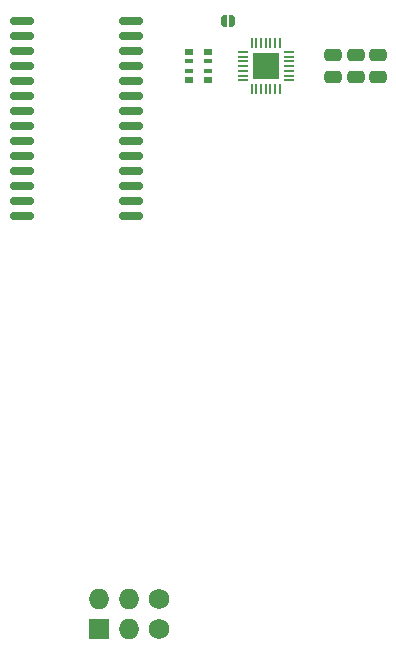
<source format=gbl>
%TF.GenerationSoftware,KiCad,Pcbnew,(6.0.7-1)-1*%
%TF.CreationDate,2022-09-29T19:12:14-05:00*%
%TF.ProjectId,vectrex-sao,76656374-7265-4782-9d73-616f2e6b6963,rev?*%
%TF.SameCoordinates,Original*%
%TF.FileFunction,Copper,L2,Bot*%
%TF.FilePolarity,Positive*%
%FSLAX46Y46*%
G04 Gerber Fmt 4.6, Leading zero omitted, Abs format (unit mm)*
G04 Created by KiCad (PCBNEW (6.0.7-1)-1) date 2022-09-29 19:12:14*
%MOMM*%
%LPD*%
G01*
G04 APERTURE LIST*
G04 Aperture macros list*
%AMRoundRect*
0 Rectangle with rounded corners*
0 $1 Rounding radius*
0 $2 $3 $4 $5 $6 $7 $8 $9 X,Y pos of 4 corners*
0 Add a 4 corners polygon primitive as box body*
4,1,4,$2,$3,$4,$5,$6,$7,$8,$9,$2,$3,0*
0 Add four circle primitives for the rounded corners*
1,1,$1+$1,$2,$3*
1,1,$1+$1,$4,$5*
1,1,$1+$1,$6,$7*
1,1,$1+$1,$8,$9*
0 Add four rect primitives between the rounded corners*
20,1,$1+$1,$2,$3,$4,$5,0*
20,1,$1+$1,$4,$5,$6,$7,0*
20,1,$1+$1,$6,$7,$8,$9,0*
20,1,$1+$1,$8,$9,$2,$3,0*%
%AMFreePoly0*
4,1,13,0.250000,-0.500000,0.000000,-0.500000,-0.095671,-0.480970,-0.176777,-0.426777,-0.230970,-0.345671,-0.250000,-0.250000,-0.250000,0.250000,-0.230970,0.345671,-0.176777,0.426777,-0.095671,0.480970,0.000000,0.500000,0.250000,0.500000,0.250000,-0.500000,0.250000,-0.500000,$1*%
%AMFreePoly1*
4,1,13,0.095671,0.480970,0.176777,0.426777,0.230970,0.345671,0.250000,0.250000,0.250000,-0.250000,0.230970,-0.345671,0.176777,-0.426777,0.095671,-0.480970,0.000000,-0.500000,-0.250000,-0.500000,-0.250000,0.500000,0.000000,0.500000,0.095671,0.480970,0.095671,0.480970,$1*%
G04 Aperture macros list end*
%TA.AperFunction,ComponentPad*%
%ADD10O,1.727200X1.727200*%
%TD*%
%TA.AperFunction,ComponentPad*%
%ADD11R,1.727200X1.727200*%
%TD*%
%TA.AperFunction,ComponentPad*%
%ADD12C,1.727200*%
%TD*%
%TA.AperFunction,SMDPad,CuDef*%
%ADD13FreePoly0,180.000000*%
%TD*%
%TA.AperFunction,SMDPad,CuDef*%
%ADD14FreePoly1,180.000000*%
%TD*%
%TA.AperFunction,SMDPad,CuDef*%
%ADD15RoundRect,0.250000X-0.475000X0.250000X-0.475000X-0.250000X0.475000X-0.250000X0.475000X0.250000X0*%
%TD*%
%TA.AperFunction,SMDPad,CuDef*%
%ADD16R,0.800000X0.500000*%
%TD*%
%TA.AperFunction,SMDPad,CuDef*%
%ADD17R,0.800000X0.400000*%
%TD*%
%TA.AperFunction,SMDPad,CuDef*%
%ADD18RoundRect,0.150000X0.875000X0.150000X-0.875000X0.150000X-0.875000X-0.150000X0.875000X-0.150000X0*%
%TD*%
%TA.AperFunction,SMDPad,CuDef*%
%ADD19RoundRect,0.050000X0.362500X0.050000X-0.362500X0.050000X-0.362500X-0.050000X0.362500X-0.050000X0*%
%TD*%
%TA.AperFunction,SMDPad,CuDef*%
%ADD20RoundRect,0.050000X0.050000X0.362500X-0.050000X0.362500X-0.050000X-0.362500X0.050000X-0.362500X0*%
%TD*%
%TA.AperFunction,SMDPad,CuDef*%
%ADD21R,2.300000X2.300000*%
%TD*%
G04 APERTURE END LIST*
D10*
%TO.P,J2,1,VCC*%
%TO.N,+3.3V*%
X109710000Y-119425000D03*
D11*
%TO.P,J2,2,GND*%
%TO.N,GND*%
X109710000Y-121965000D03*
D10*
%TO.P,J2,3,SDA*%
%TO.N,/SDA*%
X112250000Y-119425000D03*
%TO.P,J2,4,SCL*%
%TO.N,/SCL*%
X112250000Y-121965000D03*
D12*
%TO.P,J2,5,GPIO1*%
%TO.N,/MISO*%
X114790000Y-119425000D03*
%TO.P,J2,6,GPIO2*%
%TO.N,/SCLK*%
X114790000Y-121965000D03*
%TD*%
D13*
%TO.P,SJ1,1,1*%
%TO.N,/ADDR*%
X121000000Y-70485000D03*
D14*
%TO.P,SJ1,2,2*%
%TO.N,+3.3V*%
X120300000Y-70485000D03*
%TD*%
D15*
%TO.P,C1,1,1*%
%TO.N,+3.3V*%
X131445000Y-73350000D03*
%TO.P,C1,2,2*%
%TO.N,GND*%
X131445000Y-75250000D03*
%TD*%
D16*
%TO.P,R1,1,1*%
%TO.N,/SCL*%
X118910000Y-73095000D03*
D17*
%TO.P,R1,2,1*%
%TO.N,/SDA*%
X118910000Y-73895000D03*
%TO.P,R1,3,1*%
%TO.N,/ADDR*%
X118910000Y-74695000D03*
D16*
%TO.P,R1,4,1*%
%TO.N,Net-(R1-Pad4)*%
X118910000Y-75495000D03*
%TO.P,R1,5,2*%
%TO.N,GND*%
X117310000Y-75495000D03*
D17*
%TO.P,R1,6,2*%
X117310000Y-74695000D03*
%TO.P,R1,7,2*%
%TO.N,+3.3V*%
X117310000Y-73895000D03*
D16*
%TO.P,R1,8,2*%
X117310000Y-73095000D03*
%TD*%
D15*
%TO.P,C2,1,1*%
%TO.N,+3.3V*%
X129540000Y-73350000D03*
%TO.P,C2,2,2*%
%TO.N,GND*%
X129540000Y-75250000D03*
%TD*%
D18*
%TO.P,U1,1,RE3/~{MCLR}/Vpp*%
%TO.N,/n_MCLR*%
X112450000Y-70495000D03*
%TO.P,U1,2,ULPWU/C12IN0-/AN0/RA0*%
%TO.N,unconnected-(U1-Pad2)*%
X112450000Y-71765000D03*
%TO.P,U1,3,C12IN1-/AN1/RA1*%
%TO.N,unconnected-(U1-Pad3)*%
X112450000Y-73035000D03*
%TO.P,U1,4,CVref/C2IN1+/Vref-/AN2/RA2*%
%TO.N,unconnected-(U1-Pad4)*%
X112450000Y-74305000D03*
%TO.P,U1,5,C1IN+/Vref+/AN3/RA3*%
%TO.N,unconnected-(U1-Pad5)*%
X112450000Y-75575000D03*
%TO.P,U1,6,T0CKI/C1OUT/RA4*%
%TO.N,unconnected-(U1-Pad6)*%
X112450000Y-76845000D03*
%TO.P,U1,7,~{SS}/C2OUT/AN4/RA5*%
%TO.N,unconnected-(U1-Pad7)*%
X112450000Y-78115000D03*
%TO.P,U1,8,VSS*%
%TO.N,GND*%
X112450000Y-79385000D03*
%TO.P,U1,9,CLKIN/OSC1/RA7*%
%TO.N,unconnected-(U1-Pad9)*%
X112450000Y-80655000D03*
%TO.P,U1,10,CLKOUT/OSC2/RA6*%
%TO.N,unconnected-(U1-Pad10)*%
X112450000Y-81925000D03*
%TO.P,U1,11,RC0/T1OSO/T1CK1*%
%TO.N,unconnected-(U1-Pad11)*%
X112450000Y-83195000D03*
%TO.P,U1,12,RC1/T1OSI/CCP2*%
%TO.N,unconnected-(U1-Pad12)*%
X112450000Y-84465000D03*
%TO.P,U1,13,RC2/P1A/CCP1*%
%TO.N,unconnected-(U1-Pad13)*%
X112450000Y-85735000D03*
%TO.P,U1,14,RC3/SCK/SCL*%
%TO.N,/SCL*%
X112450000Y-87005000D03*
%TO.P,U1,15,RC4/SDI/SDA*%
%TO.N,/SDA*%
X103150000Y-87005000D03*
%TO.P,U1,16,RC5/SDO*%
%TO.N,unconnected-(U1-Pad16)*%
X103150000Y-85735000D03*
%TO.P,U1,17,RC6/TX/CK*%
%TO.N,unconnected-(U1-Pad17)*%
X103150000Y-84465000D03*
%TO.P,U1,18,RC7/RX/DT*%
%TO.N,unconnected-(U1-Pad18)*%
X103150000Y-83195000D03*
%TO.P,U1,19,VSS*%
%TO.N,GND*%
X103150000Y-81925000D03*
%TO.P,U1,20,VDD*%
%TO.N,+3.3V*%
X103150000Y-80655000D03*
%TO.P,U1,21,INT/AN12/RB0*%
%TO.N,unconnected-(U1-Pad21)*%
X103150000Y-79385000D03*
%TO.P,U1,22,P1C/AN10/RB1*%
%TO.N,unconnected-(U1-Pad22)*%
X103150000Y-78115000D03*
%TO.P,U1,23,P1B/AN8/RB2*%
%TO.N,unconnected-(U1-Pad23)*%
X103150000Y-76845000D03*
%TO.P,U1,24,PGM/C12IN2-/AN8/RB3*%
%TO.N,unconnected-(U1-Pad24)*%
X103150000Y-75575000D03*
%TO.P,U1,25,P1D/AN11/RB4*%
%TO.N,unconnected-(U1-Pad25)*%
X103150000Y-74305000D03*
%TO.P,U1,26,~{T1G}/AN13/RB5*%
%TO.N,unconnected-(U1-Pad26)*%
X103150000Y-73035000D03*
%TO.P,U1,27,ICSPCLK/RB6*%
%TO.N,/ICSPCLK*%
X103150000Y-71765000D03*
%TO.P,U1,28,ICSPDAT/RB7*%
%TO.N,/ICSPDAT*%
X103150000Y-70495000D03*
%TD*%
D15*
%TO.P,C3,1,1*%
%TO.N,+3.3V*%
X133350000Y-73345000D03*
%TO.P,C3,2,2*%
%TO.N,GND*%
X133350000Y-75245000D03*
%TD*%
D19*
%TO.P,U2,1,CA9*%
%TO.N,/CA9*%
X125762500Y-73095000D03*
%TO.P,U2,2,VCC*%
%TO.N,+3.3V*%
X125762500Y-73495000D03*
%TO.P,U2,3,SHUTDOWN*%
X125762500Y-73895000D03*
%TO.P,U2,4,INTB*%
%TO.N,/INTB*%
X125762500Y-74295000D03*
%TO.P,U2,5,GND*%
%TO.N,GND*%
X125762500Y-74695000D03*
%TO.P,U2,6,R_EXT*%
%TO.N,Net-(R1-Pad4)*%
X125762500Y-75095000D03*
%TO.P,U2,7,CB1*%
%TO.N,/CB1*%
X125762500Y-75495000D03*
D20*
%TO.P,U2,8,CB2*%
%TO.N,/CB2*%
X125025000Y-76232500D03*
%TO.P,U2,9,CB3*%
%TO.N,/CB3*%
X124625000Y-76232500D03*
%TO.P,U2,10,CB4*%
%TO.N,/CB4*%
X124225000Y-76232500D03*
%TO.P,U2,11,CB5*%
%TO.N,/CB5*%
X123825000Y-76232500D03*
%TO.P,U2,12,CB6*%
%TO.N,/CB6*%
X123425000Y-76232500D03*
%TO.P,U2,13,CB7*%
%TO.N,/CB7*%
X123025000Y-76232500D03*
%TO.P,U2,14,CB8*%
%TO.N,/CB8*%
X122625000Y-76232500D03*
D19*
%TO.P,U2,15,CB9*%
%TO.N,unconnected-(U2-Pad15)*%
X121887500Y-75495000D03*
%TO.P,U2,16,C_FILT*%
%TO.N,unconnected-(U2-Pad16)*%
X121887500Y-75095000D03*
%TO.P,U2,17,AUDIOIN*%
%TO.N,unconnected-(U2-Pad17)*%
X121887500Y-74695000D03*
%TO.P,U2,18,ADDR*%
%TO.N,/ADDR*%
X121887500Y-74295000D03*
%TO.P,U2,19,SDA*%
%TO.N,/SDA*%
X121887500Y-73895000D03*
%TO.P,U2,20,SCL*%
%TO.N,/SCL*%
X121887500Y-73495000D03*
%TO.P,U2,21,CA1*%
%TO.N,/CA1*%
X121887500Y-73095000D03*
D20*
%TO.P,U2,22,CA2*%
%TO.N,/CA2*%
X122625000Y-72357500D03*
%TO.P,U2,23,CA3*%
%TO.N,/CA3*%
X123025000Y-72357500D03*
%TO.P,U2,24,CA4*%
%TO.N,/CA4*%
X123425000Y-72357500D03*
%TO.P,U2,25,CA5*%
%TO.N,/CA5*%
X123825000Y-72357500D03*
%TO.P,U2,26,CA6*%
%TO.N,/CA6*%
X124225000Y-72357500D03*
%TO.P,U2,27,CA7*%
%TO.N,/CA7*%
X124625000Y-72357500D03*
%TO.P,U2,28,CA8*%
%TO.N,/CA8*%
X125025000Y-72357500D03*
D21*
%TO.P,U2,29*%
%TO.N,N/C*%
X123825000Y-74295000D03*
%TD*%
M02*

</source>
